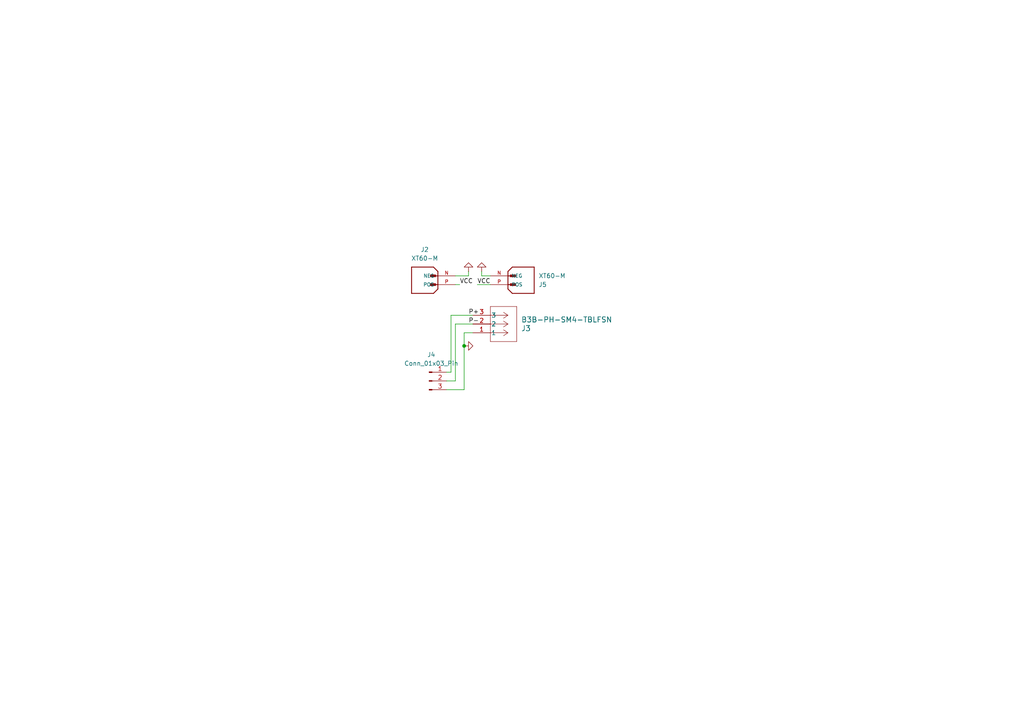
<source format=kicad_sch>
(kicad_sch
	(version 20250114)
	(generator "eeschema")
	(generator_version "9.0")
	(uuid "9e18abf9-f3cc-446c-a4a1-17830d0a66e4")
	(paper "A4")
	(lib_symbols
		(symbol "2025-08-30_13-49-26:B3B-PH-SM4-TBLFSN"
			(pin_names
				(offset 0.254)
			)
			(exclude_from_sim no)
			(in_bom yes)
			(on_board yes)
			(property "Reference" "J"
				(at 8.89 6.35 0)
				(effects
					(font
						(size 1.524 1.524)
					)
				)
			)
			(property "Value" "B3B-PH-SM4-TBLFSN"
				(at 0 0 0)
				(effects
					(font
						(size 1.524 1.524)
					)
				)
			)
			(property "Footprint" "CONN_B3B-PH-SM4-TB_03P_JST"
				(at 0 0 0)
				(effects
					(font
						(size 1.27 1.27)
						(italic yes)
					)
					(hide yes)
				)
			)
			(property "Datasheet" "B3B-PH-SM4-TBLFSN"
				(at 0 0 0)
				(effects
					(font
						(size 1.27 1.27)
						(italic yes)
					)
					(hide yes)
				)
			)
			(property "Description" ""
				(at 0 0 0)
				(effects
					(font
						(size 1.27 1.27)
					)
					(hide yes)
				)
			)
			(property "ki_locked" ""
				(at 0 0 0)
				(effects
					(font
						(size 1.27 1.27)
					)
				)
			)
			(property "ki_keywords" "B3B-PH-SM4-TB(LF)(SN)"
				(at 0 0 0)
				(effects
					(font
						(size 1.27 1.27)
					)
					(hide yes)
				)
			)
			(property "ki_fp_filters" "CONN_B3B-PH-SM4-TB_03P_JST"
				(at 0 0 0)
				(effects
					(font
						(size 1.27 1.27)
					)
					(hide yes)
				)
			)
			(symbol "B3B-PH-SM4-TBLFSN_1_1"
				(polyline
					(pts
						(xy 5.08 2.54) (xy 5.08 -7.62)
					)
					(stroke
						(width 0.127)
						(type default)
					)
					(fill
						(type none)
					)
				)
				(polyline
					(pts
						(xy 5.08 -7.62) (xy 12.7 -7.62)
					)
					(stroke
						(width 0.127)
						(type default)
					)
					(fill
						(type none)
					)
				)
				(polyline
					(pts
						(xy 10.16 0) (xy 5.08 0)
					)
					(stroke
						(width 0.127)
						(type default)
					)
					(fill
						(type none)
					)
				)
				(polyline
					(pts
						(xy 10.16 0) (xy 8.89 0.8467)
					)
					(stroke
						(width 0.127)
						(type default)
					)
					(fill
						(type none)
					)
				)
				(polyline
					(pts
						(xy 10.16 0) (xy 8.89 -0.8467)
					)
					(stroke
						(width 0.127)
						(type default)
					)
					(fill
						(type none)
					)
				)
				(polyline
					(pts
						(xy 10.16 -2.54) (xy 5.08 -2.54)
					)
					(stroke
						(width 0.127)
						(type default)
					)
					(fill
						(type none)
					)
				)
				(polyline
					(pts
						(xy 10.16 -2.54) (xy 8.89 -1.6933)
					)
					(stroke
						(width 0.127)
						(type default)
					)
					(fill
						(type none)
					)
				)
				(polyline
					(pts
						(xy 10.16 -2.54) (xy 8.89 -3.3867)
					)
					(stroke
						(width 0.127)
						(type default)
					)
					(fill
						(type none)
					)
				)
				(polyline
					(pts
						(xy 10.16 -5.08) (xy 5.08 -5.08)
					)
					(stroke
						(width 0.127)
						(type default)
					)
					(fill
						(type none)
					)
				)
				(polyline
					(pts
						(xy 10.16 -5.08) (xy 8.89 -4.2333)
					)
					(stroke
						(width 0.127)
						(type default)
					)
					(fill
						(type none)
					)
				)
				(polyline
					(pts
						(xy 10.16 -5.08) (xy 8.89 -5.9267)
					)
					(stroke
						(width 0.127)
						(type default)
					)
					(fill
						(type none)
					)
				)
				(polyline
					(pts
						(xy 12.7 2.54) (xy 5.08 2.54)
					)
					(stroke
						(width 0.127)
						(type default)
					)
					(fill
						(type none)
					)
				)
				(polyline
					(pts
						(xy 12.7 -7.62) (xy 12.7 2.54)
					)
					(stroke
						(width 0.127)
						(type default)
					)
					(fill
						(type none)
					)
				)
				(pin unspecified line
					(at 0 0 0)
					(length 5.08)
					(name "1"
						(effects
							(font
								(size 1.27 1.27)
							)
						)
					)
					(number "1"
						(effects
							(font
								(size 1.27 1.27)
							)
						)
					)
				)
				(pin unspecified line
					(at 0 -2.54 0)
					(length 5.08)
					(name "2"
						(effects
							(font
								(size 1.27 1.27)
							)
						)
					)
					(number "2"
						(effects
							(font
								(size 1.27 1.27)
							)
						)
					)
				)
				(pin unspecified line
					(at 0 -5.08 0)
					(length 5.08)
					(name "3"
						(effects
							(font
								(size 1.27 1.27)
							)
						)
					)
					(number "3"
						(effects
							(font
								(size 1.27 1.27)
							)
						)
					)
				)
			)
			(symbol "B3B-PH-SM4-TBLFSN_1_2"
				(polyline
					(pts
						(xy 5.08 2.54) (xy 5.08 -7.62)
					)
					(stroke
						(width 0.127)
						(type default)
					)
					(fill
						(type none)
					)
				)
				(polyline
					(pts
						(xy 5.08 -7.62) (xy 12.7 -7.62)
					)
					(stroke
						(width 0.127)
						(type default)
					)
					(fill
						(type none)
					)
				)
				(polyline
					(pts
						(xy 7.62 0) (xy 5.08 0)
					)
					(stroke
						(width 0.127)
						(type default)
					)
					(fill
						(type none)
					)
				)
				(polyline
					(pts
						(xy 7.62 0) (xy 8.89 0.8467)
					)
					(stroke
						(width 0.127)
						(type default)
					)
					(fill
						(type none)
					)
				)
				(polyline
					(pts
						(xy 7.62 0) (xy 8.89 -0.8467)
					)
					(stroke
						(width 0.127)
						(type default)
					)
					(fill
						(type none)
					)
				)
				(polyline
					(pts
						(xy 7.62 -2.54) (xy 5.08 -2.54)
					)
					(stroke
						(width 0.127)
						(type default)
					)
					(fill
						(type none)
					)
				)
				(polyline
					(pts
						(xy 7.62 -2.54) (xy 8.89 -1.6933)
					)
					(stroke
						(width 0.127)
						(type default)
					)
					(fill
						(type none)
					)
				)
				(polyline
					(pts
						(xy 7.62 -2.54) (xy 8.89 -3.3867)
					)
					(stroke
						(width 0.127)
						(type default)
					)
					(fill
						(type none)
					)
				)
				(polyline
					(pts
						(xy 7.62 -5.08) (xy 5.08 -5.08)
					)
					(stroke
						(width 0.127)
						(type default)
					)
					(fill
						(type none)
					)
				)
				(polyline
					(pts
						(xy 7.62 -5.08) (xy 8.89 -4.2333)
					)
					(stroke
						(width 0.127)
						(type default)
					)
					(fill
						(type none)
					)
				)
				(polyline
					(pts
						(xy 7.62 -5.08) (xy 8.89 -5.9267)
					)
					(stroke
						(width 0.127)
						(type default)
					)
					(fill
						(type none)
					)
				)
				(polyline
					(pts
						(xy 12.7 2.54) (xy 5.08 2.54)
					)
					(stroke
						(width 0.127)
						(type default)
					)
					(fill
						(type none)
					)
				)
				(polyline
					(pts
						(xy 12.7 -7.62) (xy 12.7 2.54)
					)
					(stroke
						(width 0.127)
						(type default)
					)
					(fill
						(type none)
					)
				)
				(pin unspecified line
					(at 0 0 0)
					(length 5.08)
					(name "1"
						(effects
							(font
								(size 1.27 1.27)
							)
						)
					)
					(number "1"
						(effects
							(font
								(size 1.27 1.27)
							)
						)
					)
				)
				(pin unspecified line
					(at 0 -2.54 0)
					(length 5.08)
					(name "2"
						(effects
							(font
								(size 1.27 1.27)
							)
						)
					)
					(number "2"
						(effects
							(font
								(size 1.27 1.27)
							)
						)
					)
				)
				(pin unspecified line
					(at 0 -5.08 0)
					(length 5.08)
					(name "3"
						(effects
							(font
								(size 1.27 1.27)
							)
						)
					)
					(number "3"
						(effects
							(font
								(size 1.27 1.27)
							)
						)
					)
				)
			)
			(embedded_fonts no)
		)
		(symbol "Connector:Conn_01x03_Pin"
			(pin_names
				(offset 1.016)
				(hide yes)
			)
			(exclude_from_sim no)
			(in_bom yes)
			(on_board yes)
			(property "Reference" "J"
				(at 0 5.08 0)
				(effects
					(font
						(size 1.27 1.27)
					)
				)
			)
			(property "Value" "Conn_01x03_Pin"
				(at 0 -5.08 0)
				(effects
					(font
						(size 1.27 1.27)
					)
				)
			)
			(property "Footprint" ""
				(at 0 0 0)
				(effects
					(font
						(size 1.27 1.27)
					)
					(hide yes)
				)
			)
			(property "Datasheet" "~"
				(at 0 0 0)
				(effects
					(font
						(size 1.27 1.27)
					)
					(hide yes)
				)
			)
			(property "Description" "Generic connector, single row, 01x03, script generated"
				(at 0 0 0)
				(effects
					(font
						(size 1.27 1.27)
					)
					(hide yes)
				)
			)
			(property "ki_locked" ""
				(at 0 0 0)
				(effects
					(font
						(size 1.27 1.27)
					)
				)
			)
			(property "ki_keywords" "connector"
				(at 0 0 0)
				(effects
					(font
						(size 1.27 1.27)
					)
					(hide yes)
				)
			)
			(property "ki_fp_filters" "Connector*:*_1x??_*"
				(at 0 0 0)
				(effects
					(font
						(size 1.27 1.27)
					)
					(hide yes)
				)
			)
			(symbol "Conn_01x03_Pin_1_1"
				(rectangle
					(start 0.8636 2.667)
					(end 0 2.413)
					(stroke
						(width 0.1524)
						(type default)
					)
					(fill
						(type outline)
					)
				)
				(rectangle
					(start 0.8636 0.127)
					(end 0 -0.127)
					(stroke
						(width 0.1524)
						(type default)
					)
					(fill
						(type outline)
					)
				)
				(rectangle
					(start 0.8636 -2.413)
					(end 0 -2.667)
					(stroke
						(width 0.1524)
						(type default)
					)
					(fill
						(type outline)
					)
				)
				(polyline
					(pts
						(xy 1.27 2.54) (xy 0.8636 2.54)
					)
					(stroke
						(width 0.1524)
						(type default)
					)
					(fill
						(type none)
					)
				)
				(polyline
					(pts
						(xy 1.27 0) (xy 0.8636 0)
					)
					(stroke
						(width 0.1524)
						(type default)
					)
					(fill
						(type none)
					)
				)
				(polyline
					(pts
						(xy 1.27 -2.54) (xy 0.8636 -2.54)
					)
					(stroke
						(width 0.1524)
						(type default)
					)
					(fill
						(type none)
					)
				)
				(pin passive line
					(at 5.08 2.54 180)
					(length 3.81)
					(name "Pin_1"
						(effects
							(font
								(size 1.27 1.27)
							)
						)
					)
					(number "1"
						(effects
							(font
								(size 1.27 1.27)
							)
						)
					)
				)
				(pin passive line
					(at 5.08 0 180)
					(length 3.81)
					(name "Pin_2"
						(effects
							(font
								(size 1.27 1.27)
							)
						)
					)
					(number "2"
						(effects
							(font
								(size 1.27 1.27)
							)
						)
					)
				)
				(pin passive line
					(at 5.08 -2.54 180)
					(length 3.81)
					(name "Pin_3"
						(effects
							(font
								(size 1.27 1.27)
							)
						)
					)
					(number "3"
						(effects
							(font
								(size 1.27 1.27)
							)
						)
					)
				)
			)
			(embedded_fonts no)
		)
		(symbol "XT60-M:XT60-M"
			(pin_names
				(offset 1.016)
			)
			(exclude_from_sim no)
			(in_bom yes)
			(on_board yes)
			(property "Reference" "J"
				(at 0 6.35 0)
				(effects
					(font
						(size 1.27 1.27)
					)
					(justify left bottom)
				)
			)
			(property "Value" "XT60-M"
				(at 0 -5.08 0)
				(effects
					(font
						(size 1.27 1.27)
					)
					(justify left bottom)
				)
			)
			(property "Footprint" "XT60-M:AMASS_XT60-M"
				(at 0 0 0)
				(effects
					(font
						(size 1.27 1.27)
					)
					(justify bottom)
					(hide yes)
				)
			)
			(property "Datasheet" ""
				(at 0 0 0)
				(effects
					(font
						(size 1.27 1.27)
					)
					(hide yes)
				)
			)
			(property "Description" ""
				(at 0 0 0)
				(effects
					(font
						(size 1.27 1.27)
					)
					(hide yes)
				)
			)
			(property "MF" "AMASS"
				(at 0 0 0)
				(effects
					(font
						(size 1.27 1.27)
					)
					(justify bottom)
					(hide yes)
				)
			)
			(property "MAXIMUM_PACKAGE_HEIGHT" "16.00 mm"
				(at 0 0 0)
				(effects
					(font
						(size 1.27 1.27)
					)
					(justify bottom)
					(hide yes)
				)
			)
			(property "Package" "Package"
				(at 0 0 0)
				(effects
					(font
						(size 1.27 1.27)
					)
					(justify bottom)
					(hide yes)
				)
			)
			(property "Price" "None"
				(at 0 0 0)
				(effects
					(font
						(size 1.27 1.27)
					)
					(justify bottom)
					(hide yes)
				)
			)
			(property "Check_prices" "https://www.snapeda.com/parts/XT60-M/AMASS/view-part/?ref=eda"
				(at 0 0 0)
				(effects
					(font
						(size 1.27 1.27)
					)
					(justify bottom)
					(hide yes)
				)
			)
			(property "STANDARD" "IPC 7351B"
				(at 0 0 0)
				(effects
					(font
						(size 1.27 1.27)
					)
					(justify bottom)
					(hide yes)
				)
			)
			(property "PARTREV" "V1.2"
				(at 0 0 0)
				(effects
					(font
						(size 1.27 1.27)
					)
					(justify bottom)
					(hide yes)
				)
			)
			(property "SnapEDA_Link" "https://www.snapeda.com/parts/XT60-M/AMASS/view-part/?ref=snap"
				(at 0 0 0)
				(effects
					(font
						(size 1.27 1.27)
					)
					(justify bottom)
					(hide yes)
				)
			)
			(property "MP" "XT60-M"
				(at 0 0 0)
				(effects
					(font
						(size 1.27 1.27)
					)
					(justify bottom)
					(hide yes)
				)
			)
			(property "Description_1" "Plug; DC supply; XT60; male; PIN: 2; for cable; soldered; 30A; 500V"
				(at 0 0 0)
				(effects
					(font
						(size 1.27 1.27)
					)
					(justify bottom)
					(hide yes)
				)
			)
			(property "Availability" "Not in stock"
				(at 0 0 0)
				(effects
					(font
						(size 1.27 1.27)
					)
					(justify bottom)
					(hide yes)
				)
			)
			(property "MANUFACTURER" "AMASS"
				(at 0 0 0)
				(effects
					(font
						(size 1.27 1.27)
					)
					(justify bottom)
					(hide yes)
				)
			)
			(symbol "XT60-M_0_0"
				(polyline
					(pts
						(xy 0 3.81) (xy 0 2.54)
					)
					(stroke
						(width 0.254)
						(type default)
					)
					(fill
						(type none)
					)
				)
				(polyline
					(pts
						(xy 0 3.81) (xy 1.27 5.08)
					)
					(stroke
						(width 0.254)
						(type default)
					)
					(fill
						(type none)
					)
				)
				(polyline
					(pts
						(xy 0 2.54) (xy 0 -1.27)
					)
					(stroke
						(width 0.254)
						(type default)
					)
					(fill
						(type none)
					)
				)
				(polyline
					(pts
						(xy 0 2.54) (xy 1.905 2.54)
					)
					(stroke
						(width 0.254)
						(type default)
					)
					(fill
						(type none)
					)
				)
				(polyline
					(pts
						(xy 0 0) (xy 1.905 0)
					)
					(stroke
						(width 0.254)
						(type default)
					)
					(fill
						(type none)
					)
				)
				(polyline
					(pts
						(xy 0 -1.27) (xy 1.27 -2.54)
					)
					(stroke
						(width 0.254)
						(type default)
					)
					(fill
						(type none)
					)
				)
				(rectangle
					(start 0.635 2.2225)
					(end 2.2225 2.8575)
					(stroke
						(width 0.1)
						(type default)
					)
					(fill
						(type outline)
					)
				)
				(rectangle
					(start 0.635 -0.3175)
					(end 2.2225 0.3175)
					(stroke
						(width 0.1)
						(type default)
					)
					(fill
						(type outline)
					)
				)
				(polyline
					(pts
						(xy 1.27 -2.54) (xy 7.62 -2.54)
					)
					(stroke
						(width 0.254)
						(type default)
					)
					(fill
						(type none)
					)
				)
				(polyline
					(pts
						(xy 7.62 5.08) (xy 1.27 5.08)
					)
					(stroke
						(width 0.254)
						(type default)
					)
					(fill
						(type none)
					)
				)
				(polyline
					(pts
						(xy 7.62 -2.54) (xy 7.62 5.08)
					)
					(stroke
						(width 0.254)
						(type default)
					)
					(fill
						(type none)
					)
				)
				(pin passive line
					(at -5.08 2.54 0)
					(length 5.08)
					(name "POS"
						(effects
							(font
								(size 1.016 1.016)
							)
						)
					)
					(number "P"
						(effects
							(font
								(size 1.016 1.016)
							)
						)
					)
				)
				(pin passive line
					(at -5.08 0 0)
					(length 5.08)
					(name "NEG"
						(effects
							(font
								(size 1.016 1.016)
							)
						)
					)
					(number "N"
						(effects
							(font
								(size 1.016 1.016)
							)
						)
					)
				)
			)
			(embedded_fonts no)
		)
		(symbol "power:GND"
			(power)
			(pin_numbers
				(hide yes)
			)
			(pin_names
				(offset 0)
				(hide yes)
			)
			(exclude_from_sim no)
			(in_bom yes)
			(on_board yes)
			(property "Reference" "#PWR"
				(at 0 -6.35 0)
				(effects
					(font
						(size 1.27 1.27)
					)
					(hide yes)
				)
			)
			(property "Value" "GND"
				(at 0 -3.81 0)
				(effects
					(font
						(size 1.27 1.27)
					)
				)
			)
			(property "Footprint" ""
				(at 0 0 0)
				(effects
					(font
						(size 1.27 1.27)
					)
					(hide yes)
				)
			)
			(property "Datasheet" ""
				(at 0 0 0)
				(effects
					(font
						(size 1.27 1.27)
					)
					(hide yes)
				)
			)
			(property "Description" "Power symbol creates a global label with name \"GND\" , ground"
				(at 0 0 0)
				(effects
					(font
						(size 1.27 1.27)
					)
					(hide yes)
				)
			)
			(property "ki_keywords" "global power"
				(at 0 0 0)
				(effects
					(font
						(size 1.27 1.27)
					)
					(hide yes)
				)
			)
			(symbol "GND_0_1"
				(polyline
					(pts
						(xy 0 0) (xy 0 -1.27) (xy 1.27 -1.27) (xy 0 -2.54) (xy -1.27 -1.27) (xy 0 -1.27)
					)
					(stroke
						(width 0)
						(type default)
					)
					(fill
						(type none)
					)
				)
			)
			(symbol "GND_1_1"
				(pin power_in line
					(at 0 0 270)
					(length 0)
					(name "~"
						(effects
							(font
								(size 1.27 1.27)
							)
						)
					)
					(number "1"
						(effects
							(font
								(size 1.27 1.27)
							)
						)
					)
				)
			)
			(embedded_fonts no)
		)
	)
	(junction
		(at 134.62 100.33)
		(diameter 0)
		(color 0 0 0 0)
		(uuid "0c8a7c37-dfed-46d4-9720-8f0951930f78")
	)
	(wire
		(pts
			(xy 137.16 96.52) (xy 134.62 96.52)
		)
		(stroke
			(width 0)
			(type default)
		)
		(uuid "15da6776-b82f-490c-9066-655d1466acb5")
	)
	(wire
		(pts
			(xy 132.08 110.49) (xy 132.08 93.98)
		)
		(stroke
			(width 0)
			(type default)
		)
		(uuid "17e21db0-7545-493c-99be-6639ce35924a")
	)
	(wire
		(pts
			(xy 139.7 78.74) (xy 139.7 80.01)
		)
		(stroke
			(width 0)
			(type default)
		)
		(uuid "25724c41-bbf4-4eb2-bc9f-10d333e6ee4e")
	)
	(wire
		(pts
			(xy 130.81 91.44) (xy 130.81 107.95)
		)
		(stroke
			(width 0)
			(type default)
		)
		(uuid "32b39f28-0c74-418b-936f-ff9392d6c1d9")
	)
	(wire
		(pts
			(xy 134.62 96.52) (xy 134.62 100.33)
		)
		(stroke
			(width 0)
			(type default)
		)
		(uuid "55372324-cabe-4d09-ad32-70932b822486")
	)
	(wire
		(pts
			(xy 133.35 82.55) (xy 132.08 82.55)
		)
		(stroke
			(width 0)
			(type default)
		)
		(uuid "6c89a2d4-ce56-487a-8443-c3f55cfbe527")
	)
	(wire
		(pts
			(xy 139.7 80.01) (xy 142.24 80.01)
		)
		(stroke
			(width 0)
			(type default)
		)
		(uuid "79d36fc2-377e-4e6f-9695-df7591466d3d")
	)
	(wire
		(pts
			(xy 135.89 80.01) (xy 132.08 80.01)
		)
		(stroke
			(width 0)
			(type default)
		)
		(uuid "805aded3-e8cc-407a-8fd9-25c4bd5c0ef0")
	)
	(wire
		(pts
			(xy 135.89 80.01) (xy 135.89 78.74)
		)
		(stroke
			(width 0)
			(type default)
		)
		(uuid "8c14275b-1222-4c3a-988c-9327c235af72")
	)
	(wire
		(pts
			(xy 134.62 100.33) (xy 134.62 113.03)
		)
		(stroke
			(width 0)
			(type default)
		)
		(uuid "9331dac8-59d5-44a6-bc92-f84f00be4704")
	)
	(wire
		(pts
			(xy 130.81 91.44) (xy 137.16 91.44)
		)
		(stroke
			(width 0)
			(type default)
		)
		(uuid "990151b9-8fdc-4425-85f5-9a8f93f61f77")
	)
	(wire
		(pts
			(xy 129.54 113.03) (xy 134.62 113.03)
		)
		(stroke
			(width 0)
			(type default)
		)
		(uuid "9f164c78-5614-4c3b-bf3c-9dceb81d3562")
	)
	(wire
		(pts
			(xy 132.08 93.98) (xy 137.16 93.98)
		)
		(stroke
			(width 0)
			(type default)
		)
		(uuid "a2a675c1-9298-4832-b335-15952ef13013")
	)
	(wire
		(pts
			(xy 129.54 107.95) (xy 130.81 107.95)
		)
		(stroke
			(width 0)
			(type default)
		)
		(uuid "aa281cf7-66ca-4a5f-a47e-8a6e4591ee02")
	)
	(wire
		(pts
			(xy 129.54 110.49) (xy 132.08 110.49)
		)
		(stroke
			(width 0)
			(type default)
		)
		(uuid "afef690c-1cd2-45ff-b434-13ac87e7a2d5")
	)
	(wire
		(pts
			(xy 138.43 82.55) (xy 142.24 82.55)
		)
		(stroke
			(width 0)
			(type default)
		)
		(uuid "de90a0bd-8054-4601-a19f-49019bbf0cd9")
	)
	(label "VCC"
		(at 133.35 82.55 0)
		(effects
			(font
				(size 1.27 1.27)
			)
			(justify left bottom)
		)
		(uuid "11a5be72-64dc-4d2d-8165-5f2718309562")
	)
	(label "VCC"
		(at 138.43 82.55 0)
		(effects
			(font
				(size 1.27 1.27)
			)
			(justify left bottom)
		)
		(uuid "978caa2c-f40e-4912-aa8a-cbf4aef6522d")
	)
	(label "P-"
		(at 135.89 93.98 0)
		(effects
			(font
				(size 1.27 1.27)
			)
			(justify left bottom)
		)
		(uuid "b4196d68-30fe-4a86-a3ce-17912c470af0")
	)
	(label "P+"
		(at 135.89 91.44 0)
		(effects
			(font
				(size 1.27 1.27)
			)
			(justify left bottom)
		)
		(uuid "ec45330b-82f2-414a-ae57-6ca68dea8082")
	)
	(symbol
		(lib_id "power:GND")
		(at 139.7 78.74 180)
		(unit 1)
		(exclude_from_sim no)
		(in_bom yes)
		(on_board yes)
		(dnp no)
		(fields_autoplaced yes)
		(uuid "01ec4c37-ea77-4f0b-9667-ac8529083df3")
		(property "Reference" "#PWR03"
			(at 139.7 72.39 0)
			(effects
				(font
					(size 1.27 1.27)
				)
				(hide yes)
			)
		)
		(property "Value" "GND"
			(at 139.6999 74.93 90)
			(effects
				(font
					(size 1.27 1.27)
				)
				(justify right)
				(hide yes)
			)
		)
		(property "Footprint" ""
			(at 139.7 78.74 0)
			(effects
				(font
					(size 1.27 1.27)
				)
				(hide yes)
			)
		)
		(property "Datasheet" ""
			(at 139.7 78.74 0)
			(effects
				(font
					(size 1.27 1.27)
				)
				(hide yes)
			)
		)
		(property "Description" "Power symbol creates a global label with name \"GND\" , ground"
			(at 139.7 78.74 0)
			(effects
				(font
					(size 1.27 1.27)
				)
				(hide yes)
			)
		)
		(pin "1"
			(uuid "cd0de571-ccf5-453f-9eb7-26bf33fc94c8")
		)
		(instances
			(project "Dhav_connocting_PCB"
				(path "/9e18abf9-f3cc-446c-a4a1-17830d0a66e4"
					(reference "#PWR03")
					(unit 1)
				)
			)
		)
	)
	(symbol
		(lib_id "XT60-M:XT60-M")
		(at 127 80.01 180)
		(unit 1)
		(exclude_from_sim no)
		(in_bom yes)
		(on_board yes)
		(dnp no)
		(fields_autoplaced yes)
		(uuid "355681cb-508b-40e7-8139-70ead2d0ab71")
		(property "Reference" "J2"
			(at 123.19 72.39 0)
			(effects
				(font
					(size 1.27 1.27)
				)
			)
		)
		(property "Value" "XT60-M"
			(at 123.19 74.93 0)
			(effects
				(font
					(size 1.27 1.27)
				)
			)
		)
		(property "Footprint" "Connector_AMASS:AMASS_XT30UPB-F_1x02_P5.0mm_Vertical"
			(at 127 80.01 0)
			(effects
				(font
					(size 1.27 1.27)
				)
				(justify bottom)
				(hide yes)
			)
		)
		(property "Datasheet" ""
			(at 127 80.01 0)
			(effects
				(font
					(size 1.27 1.27)
				)
				(hide yes)
			)
		)
		(property "Description" ""
			(at 127 80.01 0)
			(effects
				(font
					(size 1.27 1.27)
				)
				(hide yes)
			)
		)
		(property "MF" "AMASS"
			(at 127 80.01 0)
			(effects
				(font
					(size 1.27 1.27)
				)
				(justify bottom)
				(hide yes)
			)
		)
		(property "MAXIMUM_PACKAGE_HEIGHT" "16.00 mm"
			(at 127 80.01 0)
			(effects
				(font
					(size 1.27 1.27)
				)
				(justify bottom)
				(hide yes)
			)
		)
		(property "Package" "Package"
			(at 127 80.01 0)
			(effects
				(font
					(size 1.27 1.27)
				)
				(justify bottom)
				(hide yes)
			)
		)
		(property "Price" "None"
			(at 127 80.01 0)
			(effects
				(font
					(size 1.27 1.27)
				)
				(justify bottom)
				(hide yes)
			)
		)
		(property "Check_prices" "https://www.snapeda.com/parts/XT60-M/AMASS/view-part/?ref=eda"
			(at 127 80.01 0)
			(effects
				(font
					(size 1.27 1.27)
				)
				(justify bottom)
				(hide yes)
			)
		)
		(property "STANDARD" "IPC 7351B"
			(at 127 80.01 0)
			(effects
				(font
					(size 1.27 1.27)
				)
				(justify bottom)
				(hide yes)
			)
		)
		(property "PARTREV" "V1.2"
			(at 127 80.01 0)
			(effects
				(font
					(size 1.27 1.27)
				)
				(justify bottom)
				(hide yes)
			)
		)
		(property "SnapEDA_Link" "https://www.snapeda.com/parts/XT60-M/AMASS/view-part/?ref=snap"
			(at 127 80.01 0)
			(effects
				(font
					(size 1.27 1.27)
				)
				(justify bottom)
				(hide yes)
			)
		)
		(property "MP" "XT60-M"
			(at 127 80.01 0)
			(effects
				(font
					(size 1.27 1.27)
				)
				(justify bottom)
				(hide yes)
			)
		)
		(property "Description_1" "Plug; DC supply; XT60; male; PIN: 2; for cable; soldered; 30A; 500V"
			(at 127 80.01 0)
			(effects
				(font
					(size 1.27 1.27)
				)
				(justify bottom)
				(hide yes)
			)
		)
		(property "Availability" "Not in stock"
			(at 127 80.01 0)
			(effects
				(font
					(size 1.27 1.27)
				)
				(justify bottom)
				(hide yes)
			)
		)
		(property "MANUFACTURER" "AMASS"
			(at 127 80.01 0)
			(effects
				(font
					(size 1.27 1.27)
				)
				(justify bottom)
				(hide yes)
			)
		)
		(pin "N"
			(uuid "6bebcc1a-0ae2-431b-9d06-b9e281bd7e02")
		)
		(pin "P"
			(uuid "87a62100-195e-48e5-850e-981ccbfe344b")
		)
		(instances
			(project "Dhav_connocting_PCB"
				(path "/9e18abf9-f3cc-446c-a4a1-17830d0a66e4"
					(reference "J2")
					(unit 1)
				)
			)
		)
	)
	(symbol
		(lib_id "power:GND")
		(at 135.89 78.74 180)
		(unit 1)
		(exclude_from_sim no)
		(in_bom yes)
		(on_board yes)
		(dnp no)
		(fields_autoplaced yes)
		(uuid "81eb806a-4af9-4ecc-8929-4f8f0edef060")
		(property "Reference" "#PWR01"
			(at 135.89 72.39 0)
			(effects
				(font
					(size 1.27 1.27)
				)
				(hide yes)
			)
		)
		(property "Value" "GND"
			(at 135.8899 74.93 90)
			(effects
				(font
					(size 1.27 1.27)
				)
				(justify right)
				(hide yes)
			)
		)
		(property "Footprint" ""
			(at 135.89 78.74 0)
			(effects
				(font
					(size 1.27 1.27)
				)
				(hide yes)
			)
		)
		(property "Datasheet" ""
			(at 135.89 78.74 0)
			(effects
				(font
					(size 1.27 1.27)
				)
				(hide yes)
			)
		)
		(property "Description" "Power symbol creates a global label with name \"GND\" , ground"
			(at 135.89 78.74 0)
			(effects
				(font
					(size 1.27 1.27)
				)
				(hide yes)
			)
		)
		(pin "1"
			(uuid "f824ffb6-237c-47c1-8355-e6737bb35dc4")
		)
		(instances
			(project ""
				(path "/9e18abf9-f3cc-446c-a4a1-17830d0a66e4"
					(reference "#PWR01")
					(unit 1)
				)
			)
		)
	)
	(symbol
		(lib_id "Connector:Conn_01x03_Pin")
		(at 124.46 110.49 0)
		(unit 1)
		(exclude_from_sim no)
		(in_bom yes)
		(on_board yes)
		(dnp no)
		(fields_autoplaced yes)
		(uuid "a8344e8f-86c1-4725-9180-0402fcd36f7c")
		(property "Reference" "J4"
			(at 125.095 102.87 0)
			(effects
				(font
					(size 1.27 1.27)
				)
			)
		)
		(property "Value" "Conn_01x03_Pin"
			(at 125.095 105.41 0)
			(effects
				(font
					(size 1.27 1.27)
				)
			)
		)
		(property "Footprint" "Connector_PinHeader_2.54mm:PinHeader_1x03_P2.54mm_Vertical"
			(at 124.46 110.49 0)
			(effects
				(font
					(size 1.27 1.27)
				)
				(hide yes)
			)
		)
		(property "Datasheet" "~"
			(at 124.46 110.49 0)
			(effects
				(font
					(size 1.27 1.27)
				)
				(hide yes)
			)
		)
		(property "Description" "Generic connector, single row, 01x03, script generated"
			(at 124.46 110.49 0)
			(effects
				(font
					(size 1.27 1.27)
				)
				(hide yes)
			)
		)
		(pin "1"
			(uuid "12b0831f-cfb9-475c-a04a-77e86740230a")
		)
		(pin "2"
			(uuid "f1725a69-26d3-4f1c-a5e4-1152f0e08183")
		)
		(pin "3"
			(uuid "f3fd0df9-22c7-4486-9936-fa885ca10d78")
		)
		(instances
			(project "Dhav_connocting_PCB"
				(path "/9e18abf9-f3cc-446c-a4a1-17830d0a66e4"
					(reference "J4")
					(unit 1)
				)
			)
		)
	)
	(symbol
		(lib_id "2025-08-30_13-49-26:B3B-PH-SM4-TBLFSN")
		(at 137.16 96.52 0)
		(mirror x)
		(unit 1)
		(exclude_from_sim no)
		(in_bom yes)
		(on_board yes)
		(dnp no)
		(uuid "ab44c29f-256a-41dc-8010-f126feaa1a37")
		(property "Reference" "J3"
			(at 151.13 95.2501 0)
			(effects
				(font
					(size 1.524 1.524)
				)
				(justify left)
			)
		)
		(property "Value" "B3B-PH-SM4-TBLFSN"
			(at 151.13 92.7101 0)
			(effects
				(font
					(size 1.524 1.524)
				)
				(justify left)
			)
		)
		(property "Footprint" "B3B:CONN_B3B-PH-SM4-TB_03P_JST"
			(at 137.16 96.52 0)
			(effects
				(font
					(size 1.27 1.27)
					(italic yes)
				)
				(hide yes)
			)
		)
		(property "Datasheet" "B3B-PH-SM4-TBLFSN"
			(at 137.16 96.52 0)
			(effects
				(font
					(size 1.27 1.27)
					(italic yes)
				)
				(hide yes)
			)
		)
		(property "Description" ""
			(at 137.16 96.52 0)
			(effects
				(font
					(size 1.27 1.27)
				)
				(hide yes)
			)
		)
		(pin "1"
			(uuid "5c340884-1a05-4a1b-a5d9-22acdc816319")
		)
		(pin "3"
			(uuid "6c4408b6-680b-41a2-b1c5-f8b58e420d40")
		)
		(pin "2"
			(uuid "971a711c-4310-4066-a0e7-02007f9e3647")
		)
		(instances
			(project "Dhav_connocting_PCB"
				(path "/9e18abf9-f3cc-446c-a4a1-17830d0a66e4"
					(reference "J3")
					(unit 1)
				)
			)
		)
	)
	(symbol
		(lib_id "power:GND")
		(at 134.62 100.33 90)
		(unit 1)
		(exclude_from_sim no)
		(in_bom yes)
		(on_board yes)
		(dnp no)
		(fields_autoplaced yes)
		(uuid "da799579-dda3-44a8-9183-064bdfe0b019")
		(property "Reference" "#PWR02"
			(at 140.97 100.33 0)
			(effects
				(font
					(size 1.27 1.27)
				)
				(hide yes)
			)
		)
		(property "Value" "GND"
			(at 138.43 100.3299 90)
			(effects
				(font
					(size 1.27 1.27)
				)
				(justify right)
				(hide yes)
			)
		)
		(property "Footprint" ""
			(at 134.62 100.33 0)
			(effects
				(font
					(size 1.27 1.27)
				)
				(hide yes)
			)
		)
		(property "Datasheet" ""
			(at 134.62 100.33 0)
			(effects
				(font
					(size 1.27 1.27)
				)
				(hide yes)
			)
		)
		(property "Description" "Power symbol creates a global label with name \"GND\" , ground"
			(at 134.62 100.33 0)
			(effects
				(font
					(size 1.27 1.27)
				)
				(hide yes)
			)
		)
		(pin "1"
			(uuid "1554c382-9d9d-44e4-bf45-68ab945dab87")
		)
		(instances
			(project "Dhav_connocting_PCB"
				(path "/9e18abf9-f3cc-446c-a4a1-17830d0a66e4"
					(reference "#PWR02")
					(unit 1)
				)
			)
		)
	)
	(symbol
		(lib_id "XT60-M:XT60-M")
		(at 147.32 80.01 0)
		(mirror x)
		(unit 1)
		(exclude_from_sim no)
		(in_bom yes)
		(on_board yes)
		(dnp no)
		(uuid "eea8826e-77cb-4904-84f7-9caf1062d377")
		(property "Reference" "J5"
			(at 156.21 82.5501 0)
			(effects
				(font
					(size 1.27 1.27)
				)
				(justify left)
			)
		)
		(property "Value" "XT60-M"
			(at 156.21 80.0101 0)
			(effects
				(font
					(size 1.27 1.27)
				)
				(justify left)
			)
		)
		(property "Footprint" "Connector_AMASS:AMASS_XT60-M_1x02_P7.20mm_Vertical"
			(at 147.32 80.01 0)
			(effects
				(font
					(size 1.27 1.27)
				)
				(justify bottom)
				(hide yes)
			)
		)
		(property "Datasheet" ""
			(at 147.32 80.01 0)
			(effects
				(font
					(size 1.27 1.27)
				)
				(hide yes)
			)
		)
		(property "Description" ""
			(at 147.32 80.01 0)
			(effects
				(font
					(size 1.27 1.27)
				)
				(hide yes)
			)
		)
		(property "MF" "AMASS"
			(at 147.32 80.01 0)
			(effects
				(font
					(size 1.27 1.27)
				)
				(justify bottom)
				(hide yes)
			)
		)
		(property "MAXIMUM_PACKAGE_HEIGHT" "16.00 mm"
			(at 147.32 80.01 0)
			(effects
				(font
					(size 1.27 1.27)
				)
				(justify bottom)
				(hide yes)
			)
		)
		(property "Package" "Package"
			(at 147.32 80.01 0)
			(effects
				(font
					(size 1.27 1.27)
				)
				(justify bottom)
				(hide yes)
			)
		)
		(property "Price" "None"
			(at 147.32 80.01 0)
			(effects
				(font
					(size 1.27 1.27)
				)
				(justify bottom)
				(hide yes)
			)
		)
		(property "Check_prices" "https://www.snapeda.com/parts/XT60-M/AMASS/view-part/?ref=eda"
			(at 147.32 80.01 0)
			(effects
				(font
					(size 1.27 1.27)
				)
				(justify bottom)
				(hide yes)
			)
		)
		(property "STANDARD" "IPC 7351B"
			(at 147.32 80.01 0)
			(effects
				(font
					(size 1.27 1.27)
				)
				(justify bottom)
				(hide yes)
			)
		)
		(property "PARTREV" "V1.2"
			(at 147.32 80.01 0)
			(effects
				(font
					(size 1.27 1.27)
				)
				(justify bottom)
				(hide yes)
			)
		)
		(property "SnapEDA_Link" "https://www.snapeda.com/parts/XT60-M/AMASS/view-part/?ref=snap"
			(at 147.32 80.01 0)
			(effects
				(font
					(size 1.27 1.27)
				)
				(justify bottom)
				(hide yes)
			)
		)
		(property "MP" "XT60-M"
			(at 147.32 80.01 0)
			(effects
				(font
					(size 1.27 1.27)
				)
				(justify bottom)
				(hide yes)
			)
		)
		(property "Description_1" "Plug; DC supply; XT60; male; PIN: 2; for cable; soldered; 30A; 500V"
			(at 147.32 80.01 0)
			(effects
				(font
					(size 1.27 1.27)
				)
				(justify bottom)
				(hide yes)
			)
		)
		(property "Availability" "Not in stock"
			(at 147.32 80.01 0)
			(effects
				(font
					(size 1.27 1.27)
				)
				(justify bottom)
				(hide yes)
			)
		)
		(property "MANUFACTURER" "AMASS"
			(at 147.32 80.01 0)
			(effects
				(font
					(size 1.27 1.27)
				)
				(justify bottom)
				(hide yes)
			)
		)
		(pin "N"
			(uuid "16c8a878-d140-4bab-bc06-4000127a5530")
		)
		(pin "P"
			(uuid "62770168-cf4e-4246-ad5d-83e997ea209b")
		)
		(instances
			(project "Dhav_connocting_PCB"
				(path "/9e18abf9-f3cc-446c-a4a1-17830d0a66e4"
					(reference "J5")
					(unit 1)
				)
			)
		)
	)
	(sheet_instances
		(path "/"
			(page "1")
		)
	)
	(embedded_fonts no)
)

</source>
